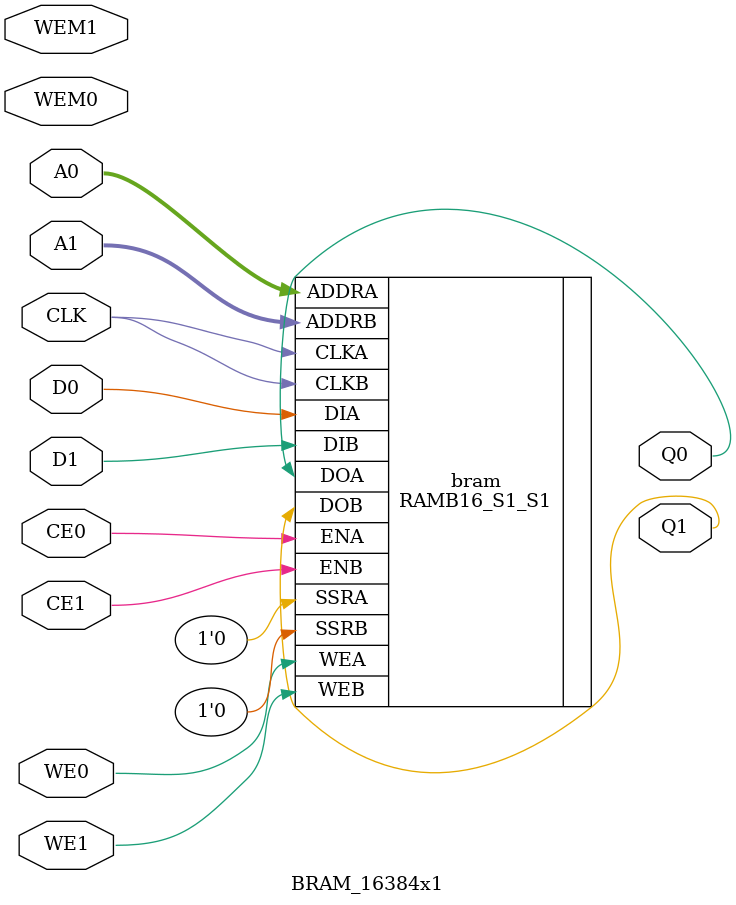
<source format=v>
module BRAM_16384x1( CLK, A0, D0, Q0, WE0, WEM0, CE0, A1, D1, Q1, WE1, WEM1, CE1 );
	input CLK;
	input [13:0] A0;
	input D0;
	output Q0;
	input WE0;
	input WEM0;
	input CE0;
	input [13:0] A1;
	input D1;
	output Q1;
	input WE1;
	input WEM1;
	input CE1;

	RAMB16_S1_S1 bram (
		.DOA(Q0),
		.DOB(Q1),
		.ADDRA(A0),
		.ADDRB(A1),
		.CLKA(CLK),
		.CLKB(CLK),
		.DIA(D0),
		.DIB(D1),
		.ENA(CE0),
		.ENB(CE1),
		.SSRA(1'b0),
		.SSRB(1'b0),
		.WEA(WE0),
		.WEB(WE1));
endmodule

</source>
